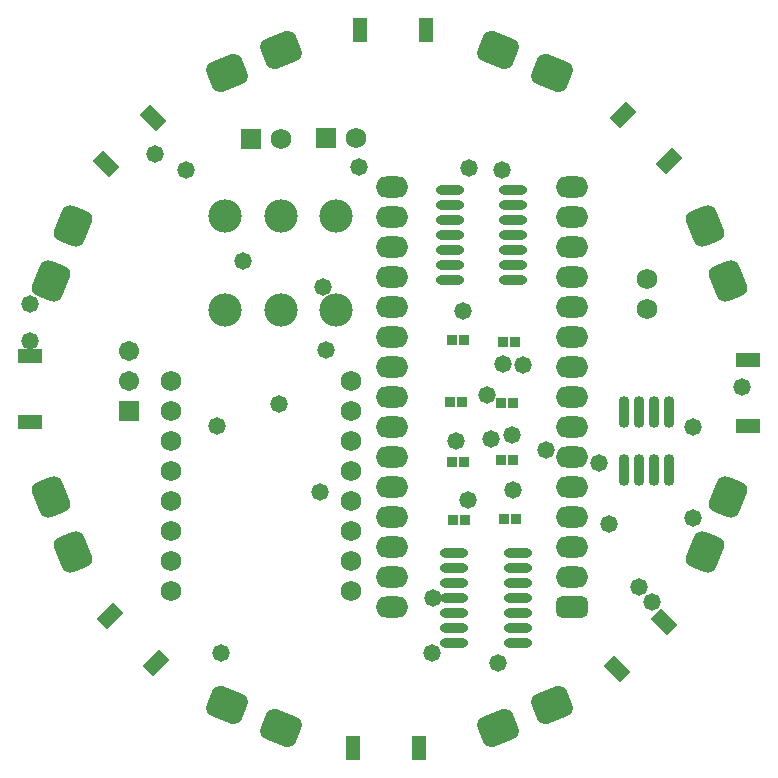
<source format=gts>
G04*
G04 #@! TF.GenerationSoftware,Altium Limited,CircuitMaker,2.1.0 (2.1.0.4)*
G04*
G04 Layer_Color=20142*
%FSLAX44Y44*%
%MOMM*%
G71*
G04*
G04 #@! TF.SameCoordinates,92338436-DD38-40F9-96A6-762CB33EEFC5*
G04*
G04*
G04 #@! TF.FilePolarity,Negative*
G04*
G01*
G75*
G04:AMPARAMS|DCode=22|XSize=2.0032mm|YSize=1.2192mm|CornerRadius=0mm|HoleSize=0mm|Usage=FLASHONLY|Rotation=135.000|XOffset=0mm|YOffset=0mm|HoleType=Round|Shape=Rectangle|*
%AMROTATEDRECTD22*
4,1,4,1.1393,-0.2772,0.2772,-1.1393,-1.1393,0.2772,-0.2772,1.1393,1.1393,-0.2772,0.0*
%
%ADD22ROTATEDRECTD22*%

G04:AMPARAMS|DCode=23|XSize=2.0032mm|YSize=1.2192mm|CornerRadius=0mm|HoleSize=0mm|Usage=FLASHONLY|Rotation=225.000|XOffset=0mm|YOffset=0mm|HoleType=Round|Shape=Rectangle|*
%AMROTATEDRECTD23*
4,1,4,0.2772,1.1393,1.1393,0.2772,-0.2772,-1.1393,-1.1393,-0.2772,0.2772,1.1393,0.0*
%
%ADD23ROTATEDRECTD23*%

%ADD24R,2.0032X1.2192*%
%ADD25R,1.2192X2.0032*%
%ADD26O,0.9032X2.7032*%
%ADD27O,2.4032X0.8032*%
%ADD28R,0.8128X0.9144*%
%ADD29C,1.7272*%
G04:AMPARAMS|DCode=30|XSize=3.2032mm|YSize=2.7032mm|CornerRadius=0.7266mm|HoleSize=0mm|Usage=FLASHONLY|Rotation=112.500|XOffset=0mm|YOffset=0mm|HoleType=Round|Shape=RoundedRectangle|*
%AMROUNDEDRECTD30*
21,1,3.2032,1.2500,0,0,112.5*
21,1,1.7500,2.7032,0,0,112.5*
1,1,1.4532,0.2426,1.0476*
1,1,1.4532,0.9123,-0.5692*
1,1,1.4532,-0.2426,-1.0476*
1,1,1.4532,-0.9123,0.5692*
%
%ADD30ROUNDEDRECTD30*%
%ADD31C,1.7032*%
%ADD32R,1.7032X1.7032*%
%ADD33O,2.7432X1.8032*%
%ADD34C,2.8194*%
G04:AMPARAMS|DCode=35|XSize=2.7432mm|YSize=1.8032mm|CornerRadius=0.5016mm|HoleSize=0mm|Usage=FLASHONLY|Rotation=180.000|XOffset=0mm|YOffset=0mm|HoleType=Round|Shape=RoundedRectangle|*
%AMROUNDEDRECTD35*
21,1,2.7432,0.8000,0,0,180.0*
21,1,1.7400,1.8032,0,0,180.0*
1,1,1.0032,-0.8700,0.4000*
1,1,1.0032,0.8700,0.4000*
1,1,1.0032,0.8700,-0.4000*
1,1,1.0032,-0.8700,-0.4000*
%
%ADD35ROUNDEDRECTD35*%
G04:AMPARAMS|DCode=36|XSize=3.2032mm|YSize=2.7032mm|CornerRadius=0.7266mm|HoleSize=0mm|Usage=FLASHONLY|Rotation=202.500|XOffset=0mm|YOffset=0mm|HoleType=Round|Shape=RoundedRectangle|*
%AMROUNDEDRECTD36*
21,1,3.2032,1.2500,0,0,202.5*
21,1,1.7500,2.7032,0,0,202.5*
1,1,1.4532,-1.0476,0.2426*
1,1,1.4532,0.5692,0.9123*
1,1,1.4532,1.0476,-0.2426*
1,1,1.4532,-0.5692,-0.9123*
%
%ADD36ROUNDEDRECTD36*%
G04:AMPARAMS|DCode=37|XSize=3.2032mm|YSize=2.7032mm|CornerRadius=0.7266mm|HoleSize=0mm|Usage=FLASHONLY|Rotation=67.500|XOffset=0mm|YOffset=0mm|HoleType=Round|Shape=RoundedRectangle|*
%AMROUNDEDRECTD37*
21,1,3.2032,1.2500,0,0,67.5*
21,1,1.7500,2.7032,0,0,67.5*
1,1,1.4532,0.9123,0.5692*
1,1,1.4532,0.2426,-1.0476*
1,1,1.4532,-0.9123,-0.5692*
1,1,1.4532,-0.2426,1.0476*
%
%ADD37ROUNDEDRECTD37*%
G04:AMPARAMS|DCode=38|XSize=3.2032mm|YSize=2.7032mm|CornerRadius=0.7266mm|HoleSize=0mm|Usage=FLASHONLY|Rotation=157.500|XOffset=0mm|YOffset=0mm|HoleType=Round|Shape=RoundedRectangle|*
%AMROUNDEDRECTD38*
21,1,3.2032,1.2500,0,0,157.5*
21,1,1.7500,2.7032,0,0,157.5*
1,1,1.4532,-0.5692,0.9123*
1,1,1.4532,1.0476,0.2426*
1,1,1.4532,0.5692,-0.9123*
1,1,1.4532,-1.0476,-0.2426*
%
%ADD38ROUNDEDRECTD38*%
%ADD39R,1.7272X1.7272*%
%ADD40C,1.4732*%
D22*
X139841Y569841D02*
D03*
X100327Y530327D02*
D03*
X572309Y142741D02*
D03*
X532795Y103228D02*
D03*
D23*
X142741Y107859D02*
D03*
X103228Y147373D02*
D03*
X537427Y572309D02*
D03*
X576940Y532795D02*
D03*
D24*
X36084Y312144D02*
D03*
Y368024D02*
D03*
X643834Y364749D02*
D03*
Y308869D02*
D03*
D25*
X364749Y36334D02*
D03*
X308869D02*
D03*
X315419Y643834D02*
D03*
X371299D02*
D03*
D26*
X564174Y271704D02*
D03*
X538774D02*
D03*
X551474D02*
D03*
X576874D02*
D03*
X538774Y320704D02*
D03*
X551474D02*
D03*
X564174D02*
D03*
X576874D02*
D03*
D27*
X448934Y124754D02*
D03*
Y137454D02*
D03*
Y150154D02*
D03*
Y162854D02*
D03*
Y175554D02*
D03*
Y188254D02*
D03*
Y200954D02*
D03*
X394934Y124754D02*
D03*
Y137454D02*
D03*
Y150154D02*
D03*
Y162854D02*
D03*
Y175554D02*
D03*
Y188254D02*
D03*
Y200954D02*
D03*
X391124Y508294D02*
D03*
Y495594D02*
D03*
Y482894D02*
D03*
Y470194D02*
D03*
Y457494D02*
D03*
Y444794D02*
D03*
Y432094D02*
D03*
X445124Y508294D02*
D03*
Y495594D02*
D03*
Y482894D02*
D03*
Y470194D02*
D03*
Y457494D02*
D03*
Y444794D02*
D03*
Y432094D02*
D03*
D28*
X393994Y228894D02*
D03*
X404154D02*
D03*
X391454Y329224D02*
D03*
X401614D02*
D03*
X392724Y381294D02*
D03*
X402884D02*
D03*
X392724Y278424D02*
D03*
X402884D02*
D03*
X437174Y230164D02*
D03*
X447334D02*
D03*
X434634Y327954D02*
D03*
X444794D02*
D03*
X435904Y380024D02*
D03*
X446064D02*
D03*
X434634Y279694D02*
D03*
X444794D02*
D03*
D29*
X557824Y433364D02*
D03*
Y407964D02*
D03*
X155234Y347004D02*
D03*
X247944Y551474D02*
D03*
X155234Y296204D02*
D03*
X307634Y347004D02*
D03*
Y321604D02*
D03*
Y296204D02*
D03*
Y270804D02*
D03*
Y245404D02*
D03*
Y220004D02*
D03*
Y194604D02*
D03*
Y169204D02*
D03*
X155234D02*
D03*
Y194604D02*
D03*
Y220004D02*
D03*
Y245404D02*
D03*
Y270804D02*
D03*
Y321604D02*
D03*
X311444Y552744D02*
D03*
D30*
X72487Y202182D02*
D03*
X53353Y248376D02*
D03*
X626815Y431792D02*
D03*
X607681Y477986D02*
D03*
D31*
X119674Y347004D02*
D03*
Y372404D02*
D03*
D32*
Y321604D02*
D03*
D33*
X342624Y155674D02*
D03*
X495024Y231874D02*
D03*
Y181074D02*
D03*
Y206474D02*
D03*
Y257274D02*
D03*
Y282674D02*
D03*
Y308074D02*
D03*
Y333474D02*
D03*
Y358874D02*
D03*
Y384274D02*
D03*
Y409674D02*
D03*
Y435074D02*
D03*
Y460474D02*
D03*
Y485874D02*
D03*
Y511274D02*
D03*
X342624D02*
D03*
Y485874D02*
D03*
Y460474D02*
D03*
Y435074D02*
D03*
Y409674D02*
D03*
Y384274D02*
D03*
Y358874D02*
D03*
Y333474D02*
D03*
Y308074D02*
D03*
Y282674D02*
D03*
Y257274D02*
D03*
Y231874D02*
D03*
Y206474D02*
D03*
Y181074D02*
D03*
D34*
X247944Y486704D02*
D03*
X200954D02*
D03*
X294934D02*
D03*
Y406694D02*
D03*
X247944D02*
D03*
X200954D02*
D03*
D35*
X495024Y155674D02*
D03*
D36*
X477986Y72487D02*
D03*
X431792Y53353D02*
D03*
X248376Y626815D02*
D03*
X202182Y607681D02*
D03*
D37*
X72487Y477986D02*
D03*
X53353Y431792D02*
D03*
X607681Y202182D02*
D03*
X626815Y248376D02*
D03*
D38*
X202182Y72487D02*
D03*
X248376Y53353D02*
D03*
X477986Y607681D02*
D03*
X431792Y626815D02*
D03*
D39*
X286044Y552744D02*
D03*
X222544Y551474D02*
D03*
D40*
X443524Y301284D02*
D03*
X472734Y288584D02*
D03*
X517184Y277154D02*
D03*
X396534Y296204D02*
D03*
X425744Y297474D02*
D03*
X551474Y172506D02*
D03*
X141721Y539282D02*
D03*
X453430Y359958D02*
D03*
X638596Y341924D02*
D03*
X406440Y246166D02*
D03*
X525566Y225846D02*
D03*
X562396Y159552D02*
D03*
X197144Y116880D02*
D03*
X286552Y373420D02*
D03*
X402122Y406440D02*
D03*
X435142Y525566D02*
D03*
X431840Y107990D02*
D03*
X407202Y526836D02*
D03*
X167426Y525312D02*
D03*
X35600Y380278D02*
D03*
X215686Y448096D02*
D03*
X194096Y308396D02*
D03*
X246928Y327651D02*
D03*
X283504Y426760D02*
D03*
X375706Y116880D02*
D03*
X376722Y162854D02*
D03*
X281472Y252516D02*
D03*
X435904Y360974D02*
D03*
X596686Y230672D02*
D03*
Y308142D02*
D03*
X444286Y254802D02*
D03*
X314238Y528106D02*
D03*
X35600Y412282D02*
D03*
X422696Y335320D02*
D03*
M02*

</source>
